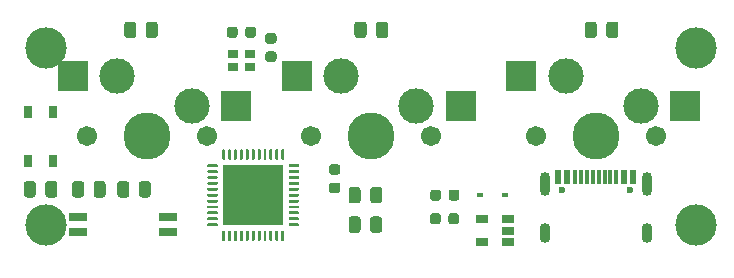
<source format=gbr>
%TF.GenerationSoftware,KiCad,Pcbnew,(5.1.9)-1*%
%TF.CreationDate,2021-04-12T14:13:55+08:00*%
%TF.ProjectId,HDSP_StatTrak,48445350-5f53-4746-9174-5472616b2e6b,rev?*%
%TF.SameCoordinates,Original*%
%TF.FileFunction,Soldermask,Top*%
%TF.FilePolarity,Negative*%
%FSLAX46Y46*%
G04 Gerber Fmt 4.6, Leading zero omitted, Abs format (unit mm)*
G04 Created by KiCad (PCBNEW (5.1.9)-1) date 2021-04-12 14:13:55*
%MOMM*%
%LPD*%
G01*
G04 APERTURE LIST*
%ADD10R,2.550000X2.500000*%
%ADD11C,1.701800*%
%ADD12C,3.987800*%
%ADD13C,3.000000*%
%ADD14C,3.500000*%
%ADD15R,1.600000X0.760000*%
%ADD16R,0.650000X1.050000*%
%ADD17R,1.060000X0.650000*%
%ADD18R,5.150000X5.150000*%
%ADD19R,0.600000X1.160000*%
%ADD20C,0.600000*%
%ADD21R,0.300000X1.160000*%
%ADD22O,0.900000X1.700000*%
%ADD23O,0.900000X2.000000*%
%ADD24R,0.600000X0.450000*%
%ADD25R,0.900000X0.800000*%
G04 APERTURE END LIST*
D10*
%TO.C,SW2*%
X141060000Y-82460000D03*
D11*
X138580000Y-85000000D03*
X128420000Y-85000000D03*
D12*
X133500000Y-85000000D03*
D13*
X137310000Y-82460000D03*
X130960000Y-79920000D03*
D10*
X127210000Y-79920000D03*
%TD*%
D14*
%TO.C,J5*%
X87000000Y-92500000D03*
%TD*%
%TO.C,J4*%
X87000000Y-77500000D03*
%TD*%
%TO.C,J3*%
X142000000Y-77500000D03*
%TD*%
%TO.C,J2*%
X142000000Y-92500000D03*
%TD*%
%TO.C,R8*%
G36*
G01*
X94012500Y-89049998D02*
X94012500Y-89950002D01*
G75*
G02*
X93762502Y-90200000I-249998J0D01*
G01*
X93237498Y-90200000D01*
G75*
G02*
X92987500Y-89950002I0J249998D01*
G01*
X92987500Y-89049998D01*
G75*
G02*
X93237498Y-88800000I249998J0D01*
G01*
X93762502Y-88800000D01*
G75*
G02*
X94012500Y-89049998I0J-249998D01*
G01*
G37*
G36*
G01*
X95837500Y-89049998D02*
X95837500Y-89950002D01*
G75*
G02*
X95587502Y-90200000I-249998J0D01*
G01*
X95062498Y-90200000D01*
G75*
G02*
X94812500Y-89950002I0J249998D01*
G01*
X94812500Y-89049998D01*
G75*
G02*
X95062498Y-88800000I249998J0D01*
G01*
X95587502Y-88800000D01*
G75*
G02*
X95837500Y-89049998I0J-249998D01*
G01*
G37*
%TD*%
%TO.C,R6*%
G36*
G01*
X90987500Y-89950002D02*
X90987500Y-89049998D01*
G75*
G02*
X91237498Y-88800000I249998J0D01*
G01*
X91762502Y-88800000D01*
G75*
G02*
X92012500Y-89049998I0J-249998D01*
G01*
X92012500Y-89950002D01*
G75*
G02*
X91762502Y-90200000I-249998J0D01*
G01*
X91237498Y-90200000D01*
G75*
G02*
X90987500Y-89950002I0J249998D01*
G01*
G37*
G36*
G01*
X89162500Y-89950002D02*
X89162500Y-89049998D01*
G75*
G02*
X89412498Y-88800000I249998J0D01*
G01*
X89937502Y-88800000D01*
G75*
G02*
X90187500Y-89049998I0J-249998D01*
G01*
X90187500Y-89950002D01*
G75*
G02*
X89937502Y-90200000I-249998J0D01*
G01*
X89412498Y-90200000D01*
G75*
G02*
X89162500Y-89950002I0J249998D01*
G01*
G37*
%TD*%
D15*
%TO.C,SW5*%
X97310000Y-91865000D03*
X89690000Y-93135000D03*
X97310000Y-93135000D03*
X89690000Y-91865000D03*
%TD*%
D10*
%TO.C,SW3*%
X122060000Y-82460000D03*
D11*
X119580000Y-85000000D03*
X109420000Y-85000000D03*
D12*
X114500000Y-85000000D03*
D13*
X118310000Y-82460000D03*
X111960000Y-79920000D03*
D10*
X108210000Y-79920000D03*
%TD*%
%TO.C,SW1*%
X89210000Y-79920000D03*
D13*
X92960000Y-79920000D03*
X99310000Y-82460000D03*
D12*
X95500000Y-85000000D03*
D11*
X90420000Y-85000000D03*
X100580000Y-85000000D03*
D10*
X103060000Y-82460000D03*
%TD*%
%TO.C,R4*%
G36*
G01*
X114900000Y-76450002D02*
X114900000Y-75549998D01*
G75*
G02*
X115149998Y-75300000I249998J0D01*
G01*
X115675002Y-75300000D01*
G75*
G02*
X115925000Y-75549998I0J-249998D01*
G01*
X115925000Y-76450002D01*
G75*
G02*
X115675002Y-76700000I-249998J0D01*
G01*
X115149998Y-76700000D01*
G75*
G02*
X114900000Y-76450002I0J249998D01*
G01*
G37*
G36*
G01*
X113075000Y-76450002D02*
X113075000Y-75549998D01*
G75*
G02*
X113324998Y-75300000I249998J0D01*
G01*
X113850002Y-75300000D01*
G75*
G02*
X114100000Y-75549998I0J-249998D01*
G01*
X114100000Y-76450002D01*
G75*
G02*
X113850002Y-76700000I-249998J0D01*
G01*
X113324998Y-76700000D01*
G75*
G02*
X113075000Y-76450002I0J249998D01*
G01*
G37*
%TD*%
%TO.C,R3*%
G36*
G01*
X134400000Y-76450002D02*
X134400000Y-75549998D01*
G75*
G02*
X134649998Y-75300000I249998J0D01*
G01*
X135175002Y-75300000D01*
G75*
G02*
X135425000Y-75549998I0J-249998D01*
G01*
X135425000Y-76450002D01*
G75*
G02*
X135175002Y-76700000I-249998J0D01*
G01*
X134649998Y-76700000D01*
G75*
G02*
X134400000Y-76450002I0J249998D01*
G01*
G37*
G36*
G01*
X132575000Y-76450002D02*
X132575000Y-75549998D01*
G75*
G02*
X132824998Y-75300000I249998J0D01*
G01*
X133350002Y-75300000D01*
G75*
G02*
X133600000Y-75549998I0J-249998D01*
G01*
X133600000Y-76450002D01*
G75*
G02*
X133350002Y-76700000I-249998J0D01*
G01*
X132824998Y-76700000D01*
G75*
G02*
X132575000Y-76450002I0J249998D01*
G01*
G37*
%TD*%
%TO.C,R1*%
G36*
G01*
X95400000Y-76450002D02*
X95400000Y-75549998D01*
G75*
G02*
X95649998Y-75300000I249998J0D01*
G01*
X96175002Y-75300000D01*
G75*
G02*
X96425000Y-75549998I0J-249998D01*
G01*
X96425000Y-76450002D01*
G75*
G02*
X96175002Y-76700000I-249998J0D01*
G01*
X95649998Y-76700000D01*
G75*
G02*
X95400000Y-76450002I0J249998D01*
G01*
G37*
G36*
G01*
X93575000Y-76450002D02*
X93575000Y-75549998D01*
G75*
G02*
X93824998Y-75300000I249998J0D01*
G01*
X94350002Y-75300000D01*
G75*
G02*
X94600000Y-75549998I0J-249998D01*
G01*
X94600000Y-76450002D01*
G75*
G02*
X94350002Y-76700000I-249998J0D01*
G01*
X93824998Y-76700000D01*
G75*
G02*
X93575000Y-76450002I0J249998D01*
G01*
G37*
%TD*%
D16*
%TO.C,SW4*%
X87575000Y-82925000D03*
X87575000Y-87075000D03*
X85425000Y-82925000D03*
X85425000Y-87075000D03*
%TD*%
D17*
%TO.C,U1*%
X123900000Y-93950000D03*
X123900000Y-92050000D03*
X126100000Y-92050000D03*
X126100000Y-93000000D03*
X126100000Y-93950000D03*
%TD*%
%TO.C,R7*%
G36*
G01*
X114400000Y-90450002D02*
X114400000Y-89549998D01*
G75*
G02*
X114649998Y-89300000I249998J0D01*
G01*
X115175002Y-89300000D01*
G75*
G02*
X115425000Y-89549998I0J-249998D01*
G01*
X115425000Y-90450002D01*
G75*
G02*
X115175002Y-90700000I-249998J0D01*
G01*
X114649998Y-90700000D01*
G75*
G02*
X114400000Y-90450002I0J249998D01*
G01*
G37*
G36*
G01*
X112575000Y-90450002D02*
X112575000Y-89549998D01*
G75*
G02*
X112824998Y-89300000I249998J0D01*
G01*
X113350002Y-89300000D01*
G75*
G02*
X113600000Y-89549998I0J-249998D01*
G01*
X113600000Y-90450002D01*
G75*
G02*
X113350002Y-90700000I-249998J0D01*
G01*
X112824998Y-90700000D01*
G75*
G02*
X112575000Y-90450002I0J249998D01*
G01*
G37*
%TD*%
%TO.C,R5*%
G36*
G01*
X114400000Y-92950002D02*
X114400000Y-92049998D01*
G75*
G02*
X114649998Y-91800000I249998J0D01*
G01*
X115175002Y-91800000D01*
G75*
G02*
X115425000Y-92049998I0J-249998D01*
G01*
X115425000Y-92950002D01*
G75*
G02*
X115175002Y-93200000I-249998J0D01*
G01*
X114649998Y-93200000D01*
G75*
G02*
X114400000Y-92950002I0J249998D01*
G01*
G37*
G36*
G01*
X112575000Y-92950002D02*
X112575000Y-92049998D01*
G75*
G02*
X112824998Y-91800000I249998J0D01*
G01*
X113350002Y-91800000D01*
G75*
G02*
X113600000Y-92049998I0J-249998D01*
G01*
X113600000Y-92950002D01*
G75*
G02*
X113350002Y-93200000I-249998J0D01*
G01*
X112824998Y-93200000D01*
G75*
G02*
X112575000Y-92950002I0J249998D01*
G01*
G37*
%TD*%
%TO.C,R2*%
G36*
G01*
X86100000Y-89049998D02*
X86100000Y-89950002D01*
G75*
G02*
X85850002Y-90200000I-249998J0D01*
G01*
X85324998Y-90200000D01*
G75*
G02*
X85075000Y-89950002I0J249998D01*
G01*
X85075000Y-89049998D01*
G75*
G02*
X85324998Y-88800000I249998J0D01*
G01*
X85850002Y-88800000D01*
G75*
G02*
X86100000Y-89049998I0J-249998D01*
G01*
G37*
G36*
G01*
X87925000Y-89049998D02*
X87925000Y-89950002D01*
G75*
G02*
X87675002Y-90200000I-249998J0D01*
G01*
X87149998Y-90200000D01*
G75*
G02*
X86900000Y-89950002I0J249998D01*
G01*
X86900000Y-89049998D01*
G75*
G02*
X87149998Y-88800000I249998J0D01*
G01*
X87675002Y-88800000D01*
G75*
G02*
X87925000Y-89049998I0J-249998D01*
G01*
G37*
%TD*%
D18*
%TO.C,MCU1*%
X104500000Y-90000000D03*
G36*
G01*
X107125000Y-93062500D02*
X107125000Y-93812500D01*
G75*
G02*
X107062500Y-93875000I-62500J0D01*
G01*
X106937500Y-93875000D01*
G75*
G02*
X106875000Y-93812500I0J62500D01*
G01*
X106875000Y-93062500D01*
G75*
G02*
X106937500Y-93000000I62500J0D01*
G01*
X107062500Y-93000000D01*
G75*
G02*
X107125000Y-93062500I0J-62500D01*
G01*
G37*
G36*
G01*
X106625000Y-93062500D02*
X106625000Y-93812500D01*
G75*
G02*
X106562500Y-93875000I-62500J0D01*
G01*
X106437500Y-93875000D01*
G75*
G02*
X106375000Y-93812500I0J62500D01*
G01*
X106375000Y-93062500D01*
G75*
G02*
X106437500Y-93000000I62500J0D01*
G01*
X106562500Y-93000000D01*
G75*
G02*
X106625000Y-93062500I0J-62500D01*
G01*
G37*
G36*
G01*
X106125000Y-93062500D02*
X106125000Y-93812500D01*
G75*
G02*
X106062500Y-93875000I-62500J0D01*
G01*
X105937500Y-93875000D01*
G75*
G02*
X105875000Y-93812500I0J62500D01*
G01*
X105875000Y-93062500D01*
G75*
G02*
X105937500Y-93000000I62500J0D01*
G01*
X106062500Y-93000000D01*
G75*
G02*
X106125000Y-93062500I0J-62500D01*
G01*
G37*
G36*
G01*
X105625000Y-93062500D02*
X105625000Y-93812500D01*
G75*
G02*
X105562500Y-93875000I-62500J0D01*
G01*
X105437500Y-93875000D01*
G75*
G02*
X105375000Y-93812500I0J62500D01*
G01*
X105375000Y-93062500D01*
G75*
G02*
X105437500Y-93000000I62500J0D01*
G01*
X105562500Y-93000000D01*
G75*
G02*
X105625000Y-93062500I0J-62500D01*
G01*
G37*
G36*
G01*
X105125000Y-93062500D02*
X105125000Y-93812500D01*
G75*
G02*
X105062500Y-93875000I-62500J0D01*
G01*
X104937500Y-93875000D01*
G75*
G02*
X104875000Y-93812500I0J62500D01*
G01*
X104875000Y-93062500D01*
G75*
G02*
X104937500Y-93000000I62500J0D01*
G01*
X105062500Y-93000000D01*
G75*
G02*
X105125000Y-93062500I0J-62500D01*
G01*
G37*
G36*
G01*
X104625000Y-93062500D02*
X104625000Y-93812500D01*
G75*
G02*
X104562500Y-93875000I-62500J0D01*
G01*
X104437500Y-93875000D01*
G75*
G02*
X104375000Y-93812500I0J62500D01*
G01*
X104375000Y-93062500D01*
G75*
G02*
X104437500Y-93000000I62500J0D01*
G01*
X104562500Y-93000000D01*
G75*
G02*
X104625000Y-93062500I0J-62500D01*
G01*
G37*
G36*
G01*
X104125000Y-93062500D02*
X104125000Y-93812500D01*
G75*
G02*
X104062500Y-93875000I-62500J0D01*
G01*
X103937500Y-93875000D01*
G75*
G02*
X103875000Y-93812500I0J62500D01*
G01*
X103875000Y-93062500D01*
G75*
G02*
X103937500Y-93000000I62500J0D01*
G01*
X104062500Y-93000000D01*
G75*
G02*
X104125000Y-93062500I0J-62500D01*
G01*
G37*
G36*
G01*
X103625000Y-93062500D02*
X103625000Y-93812500D01*
G75*
G02*
X103562500Y-93875000I-62500J0D01*
G01*
X103437500Y-93875000D01*
G75*
G02*
X103375000Y-93812500I0J62500D01*
G01*
X103375000Y-93062500D01*
G75*
G02*
X103437500Y-93000000I62500J0D01*
G01*
X103562500Y-93000000D01*
G75*
G02*
X103625000Y-93062500I0J-62500D01*
G01*
G37*
G36*
G01*
X103125000Y-93062500D02*
X103125000Y-93812500D01*
G75*
G02*
X103062500Y-93875000I-62500J0D01*
G01*
X102937500Y-93875000D01*
G75*
G02*
X102875000Y-93812500I0J62500D01*
G01*
X102875000Y-93062500D01*
G75*
G02*
X102937500Y-93000000I62500J0D01*
G01*
X103062500Y-93000000D01*
G75*
G02*
X103125000Y-93062500I0J-62500D01*
G01*
G37*
G36*
G01*
X102625000Y-93062500D02*
X102625000Y-93812500D01*
G75*
G02*
X102562500Y-93875000I-62500J0D01*
G01*
X102437500Y-93875000D01*
G75*
G02*
X102375000Y-93812500I0J62500D01*
G01*
X102375000Y-93062500D01*
G75*
G02*
X102437500Y-93000000I62500J0D01*
G01*
X102562500Y-93000000D01*
G75*
G02*
X102625000Y-93062500I0J-62500D01*
G01*
G37*
G36*
G01*
X102125000Y-93062500D02*
X102125000Y-93812500D01*
G75*
G02*
X102062500Y-93875000I-62500J0D01*
G01*
X101937500Y-93875000D01*
G75*
G02*
X101875000Y-93812500I0J62500D01*
G01*
X101875000Y-93062500D01*
G75*
G02*
X101937500Y-93000000I62500J0D01*
G01*
X102062500Y-93000000D01*
G75*
G02*
X102125000Y-93062500I0J-62500D01*
G01*
G37*
G36*
G01*
X101500000Y-92437500D02*
X101500000Y-92562500D01*
G75*
G02*
X101437500Y-92625000I-62500J0D01*
G01*
X100687500Y-92625000D01*
G75*
G02*
X100625000Y-92562500I0J62500D01*
G01*
X100625000Y-92437500D01*
G75*
G02*
X100687500Y-92375000I62500J0D01*
G01*
X101437500Y-92375000D01*
G75*
G02*
X101500000Y-92437500I0J-62500D01*
G01*
G37*
G36*
G01*
X101500000Y-91937500D02*
X101500000Y-92062500D01*
G75*
G02*
X101437500Y-92125000I-62500J0D01*
G01*
X100687500Y-92125000D01*
G75*
G02*
X100625000Y-92062500I0J62500D01*
G01*
X100625000Y-91937500D01*
G75*
G02*
X100687500Y-91875000I62500J0D01*
G01*
X101437500Y-91875000D01*
G75*
G02*
X101500000Y-91937500I0J-62500D01*
G01*
G37*
G36*
G01*
X101500000Y-91437500D02*
X101500000Y-91562500D01*
G75*
G02*
X101437500Y-91625000I-62500J0D01*
G01*
X100687500Y-91625000D01*
G75*
G02*
X100625000Y-91562500I0J62500D01*
G01*
X100625000Y-91437500D01*
G75*
G02*
X100687500Y-91375000I62500J0D01*
G01*
X101437500Y-91375000D01*
G75*
G02*
X101500000Y-91437500I0J-62500D01*
G01*
G37*
G36*
G01*
X101500000Y-90937500D02*
X101500000Y-91062500D01*
G75*
G02*
X101437500Y-91125000I-62500J0D01*
G01*
X100687500Y-91125000D01*
G75*
G02*
X100625000Y-91062500I0J62500D01*
G01*
X100625000Y-90937500D01*
G75*
G02*
X100687500Y-90875000I62500J0D01*
G01*
X101437500Y-90875000D01*
G75*
G02*
X101500000Y-90937500I0J-62500D01*
G01*
G37*
G36*
G01*
X101500000Y-90437500D02*
X101500000Y-90562500D01*
G75*
G02*
X101437500Y-90625000I-62500J0D01*
G01*
X100687500Y-90625000D01*
G75*
G02*
X100625000Y-90562500I0J62500D01*
G01*
X100625000Y-90437500D01*
G75*
G02*
X100687500Y-90375000I62500J0D01*
G01*
X101437500Y-90375000D01*
G75*
G02*
X101500000Y-90437500I0J-62500D01*
G01*
G37*
G36*
G01*
X101500000Y-89937500D02*
X101500000Y-90062500D01*
G75*
G02*
X101437500Y-90125000I-62500J0D01*
G01*
X100687500Y-90125000D01*
G75*
G02*
X100625000Y-90062500I0J62500D01*
G01*
X100625000Y-89937500D01*
G75*
G02*
X100687500Y-89875000I62500J0D01*
G01*
X101437500Y-89875000D01*
G75*
G02*
X101500000Y-89937500I0J-62500D01*
G01*
G37*
G36*
G01*
X101500000Y-89437500D02*
X101500000Y-89562500D01*
G75*
G02*
X101437500Y-89625000I-62500J0D01*
G01*
X100687500Y-89625000D01*
G75*
G02*
X100625000Y-89562500I0J62500D01*
G01*
X100625000Y-89437500D01*
G75*
G02*
X100687500Y-89375000I62500J0D01*
G01*
X101437500Y-89375000D01*
G75*
G02*
X101500000Y-89437500I0J-62500D01*
G01*
G37*
G36*
G01*
X101500000Y-88937500D02*
X101500000Y-89062500D01*
G75*
G02*
X101437500Y-89125000I-62500J0D01*
G01*
X100687500Y-89125000D01*
G75*
G02*
X100625000Y-89062500I0J62500D01*
G01*
X100625000Y-88937500D01*
G75*
G02*
X100687500Y-88875000I62500J0D01*
G01*
X101437500Y-88875000D01*
G75*
G02*
X101500000Y-88937500I0J-62500D01*
G01*
G37*
G36*
G01*
X101500000Y-88437500D02*
X101500000Y-88562500D01*
G75*
G02*
X101437500Y-88625000I-62500J0D01*
G01*
X100687500Y-88625000D01*
G75*
G02*
X100625000Y-88562500I0J62500D01*
G01*
X100625000Y-88437500D01*
G75*
G02*
X100687500Y-88375000I62500J0D01*
G01*
X101437500Y-88375000D01*
G75*
G02*
X101500000Y-88437500I0J-62500D01*
G01*
G37*
G36*
G01*
X101500000Y-87937500D02*
X101500000Y-88062500D01*
G75*
G02*
X101437500Y-88125000I-62500J0D01*
G01*
X100687500Y-88125000D01*
G75*
G02*
X100625000Y-88062500I0J62500D01*
G01*
X100625000Y-87937500D01*
G75*
G02*
X100687500Y-87875000I62500J0D01*
G01*
X101437500Y-87875000D01*
G75*
G02*
X101500000Y-87937500I0J-62500D01*
G01*
G37*
G36*
G01*
X101500000Y-87437500D02*
X101500000Y-87562500D01*
G75*
G02*
X101437500Y-87625000I-62500J0D01*
G01*
X100687500Y-87625000D01*
G75*
G02*
X100625000Y-87562500I0J62500D01*
G01*
X100625000Y-87437500D01*
G75*
G02*
X100687500Y-87375000I62500J0D01*
G01*
X101437500Y-87375000D01*
G75*
G02*
X101500000Y-87437500I0J-62500D01*
G01*
G37*
G36*
G01*
X102125000Y-86187500D02*
X102125000Y-86937500D01*
G75*
G02*
X102062500Y-87000000I-62500J0D01*
G01*
X101937500Y-87000000D01*
G75*
G02*
X101875000Y-86937500I0J62500D01*
G01*
X101875000Y-86187500D01*
G75*
G02*
X101937500Y-86125000I62500J0D01*
G01*
X102062500Y-86125000D01*
G75*
G02*
X102125000Y-86187500I0J-62500D01*
G01*
G37*
G36*
G01*
X102625000Y-86187500D02*
X102625000Y-86937500D01*
G75*
G02*
X102562500Y-87000000I-62500J0D01*
G01*
X102437500Y-87000000D01*
G75*
G02*
X102375000Y-86937500I0J62500D01*
G01*
X102375000Y-86187500D01*
G75*
G02*
X102437500Y-86125000I62500J0D01*
G01*
X102562500Y-86125000D01*
G75*
G02*
X102625000Y-86187500I0J-62500D01*
G01*
G37*
G36*
G01*
X103125000Y-86187500D02*
X103125000Y-86937500D01*
G75*
G02*
X103062500Y-87000000I-62500J0D01*
G01*
X102937500Y-87000000D01*
G75*
G02*
X102875000Y-86937500I0J62500D01*
G01*
X102875000Y-86187500D01*
G75*
G02*
X102937500Y-86125000I62500J0D01*
G01*
X103062500Y-86125000D01*
G75*
G02*
X103125000Y-86187500I0J-62500D01*
G01*
G37*
G36*
G01*
X103625000Y-86187500D02*
X103625000Y-86937500D01*
G75*
G02*
X103562500Y-87000000I-62500J0D01*
G01*
X103437500Y-87000000D01*
G75*
G02*
X103375000Y-86937500I0J62500D01*
G01*
X103375000Y-86187500D01*
G75*
G02*
X103437500Y-86125000I62500J0D01*
G01*
X103562500Y-86125000D01*
G75*
G02*
X103625000Y-86187500I0J-62500D01*
G01*
G37*
G36*
G01*
X104125000Y-86187500D02*
X104125000Y-86937500D01*
G75*
G02*
X104062500Y-87000000I-62500J0D01*
G01*
X103937500Y-87000000D01*
G75*
G02*
X103875000Y-86937500I0J62500D01*
G01*
X103875000Y-86187500D01*
G75*
G02*
X103937500Y-86125000I62500J0D01*
G01*
X104062500Y-86125000D01*
G75*
G02*
X104125000Y-86187500I0J-62500D01*
G01*
G37*
G36*
G01*
X104625000Y-86187500D02*
X104625000Y-86937500D01*
G75*
G02*
X104562500Y-87000000I-62500J0D01*
G01*
X104437500Y-87000000D01*
G75*
G02*
X104375000Y-86937500I0J62500D01*
G01*
X104375000Y-86187500D01*
G75*
G02*
X104437500Y-86125000I62500J0D01*
G01*
X104562500Y-86125000D01*
G75*
G02*
X104625000Y-86187500I0J-62500D01*
G01*
G37*
G36*
G01*
X105125000Y-86187500D02*
X105125000Y-86937500D01*
G75*
G02*
X105062500Y-87000000I-62500J0D01*
G01*
X104937500Y-87000000D01*
G75*
G02*
X104875000Y-86937500I0J62500D01*
G01*
X104875000Y-86187500D01*
G75*
G02*
X104937500Y-86125000I62500J0D01*
G01*
X105062500Y-86125000D01*
G75*
G02*
X105125000Y-86187500I0J-62500D01*
G01*
G37*
G36*
G01*
X105625000Y-86187500D02*
X105625000Y-86937500D01*
G75*
G02*
X105562500Y-87000000I-62500J0D01*
G01*
X105437500Y-87000000D01*
G75*
G02*
X105375000Y-86937500I0J62500D01*
G01*
X105375000Y-86187500D01*
G75*
G02*
X105437500Y-86125000I62500J0D01*
G01*
X105562500Y-86125000D01*
G75*
G02*
X105625000Y-86187500I0J-62500D01*
G01*
G37*
G36*
G01*
X106125000Y-86187500D02*
X106125000Y-86937500D01*
G75*
G02*
X106062500Y-87000000I-62500J0D01*
G01*
X105937500Y-87000000D01*
G75*
G02*
X105875000Y-86937500I0J62500D01*
G01*
X105875000Y-86187500D01*
G75*
G02*
X105937500Y-86125000I62500J0D01*
G01*
X106062500Y-86125000D01*
G75*
G02*
X106125000Y-86187500I0J-62500D01*
G01*
G37*
G36*
G01*
X106625000Y-86187500D02*
X106625000Y-86937500D01*
G75*
G02*
X106562500Y-87000000I-62500J0D01*
G01*
X106437500Y-87000000D01*
G75*
G02*
X106375000Y-86937500I0J62500D01*
G01*
X106375000Y-86187500D01*
G75*
G02*
X106437500Y-86125000I62500J0D01*
G01*
X106562500Y-86125000D01*
G75*
G02*
X106625000Y-86187500I0J-62500D01*
G01*
G37*
G36*
G01*
X107125000Y-86187500D02*
X107125000Y-86937500D01*
G75*
G02*
X107062500Y-87000000I-62500J0D01*
G01*
X106937500Y-87000000D01*
G75*
G02*
X106875000Y-86937500I0J62500D01*
G01*
X106875000Y-86187500D01*
G75*
G02*
X106937500Y-86125000I62500J0D01*
G01*
X107062500Y-86125000D01*
G75*
G02*
X107125000Y-86187500I0J-62500D01*
G01*
G37*
G36*
G01*
X108375000Y-87437500D02*
X108375000Y-87562500D01*
G75*
G02*
X108312500Y-87625000I-62500J0D01*
G01*
X107562500Y-87625000D01*
G75*
G02*
X107500000Y-87562500I0J62500D01*
G01*
X107500000Y-87437500D01*
G75*
G02*
X107562500Y-87375000I62500J0D01*
G01*
X108312500Y-87375000D01*
G75*
G02*
X108375000Y-87437500I0J-62500D01*
G01*
G37*
G36*
G01*
X108375000Y-87937500D02*
X108375000Y-88062500D01*
G75*
G02*
X108312500Y-88125000I-62500J0D01*
G01*
X107562500Y-88125000D01*
G75*
G02*
X107500000Y-88062500I0J62500D01*
G01*
X107500000Y-87937500D01*
G75*
G02*
X107562500Y-87875000I62500J0D01*
G01*
X108312500Y-87875000D01*
G75*
G02*
X108375000Y-87937500I0J-62500D01*
G01*
G37*
G36*
G01*
X108375000Y-88437500D02*
X108375000Y-88562500D01*
G75*
G02*
X108312500Y-88625000I-62500J0D01*
G01*
X107562500Y-88625000D01*
G75*
G02*
X107500000Y-88562500I0J62500D01*
G01*
X107500000Y-88437500D01*
G75*
G02*
X107562500Y-88375000I62500J0D01*
G01*
X108312500Y-88375000D01*
G75*
G02*
X108375000Y-88437500I0J-62500D01*
G01*
G37*
G36*
G01*
X108375000Y-88937500D02*
X108375000Y-89062500D01*
G75*
G02*
X108312500Y-89125000I-62500J0D01*
G01*
X107562500Y-89125000D01*
G75*
G02*
X107500000Y-89062500I0J62500D01*
G01*
X107500000Y-88937500D01*
G75*
G02*
X107562500Y-88875000I62500J0D01*
G01*
X108312500Y-88875000D01*
G75*
G02*
X108375000Y-88937500I0J-62500D01*
G01*
G37*
G36*
G01*
X108375000Y-89437500D02*
X108375000Y-89562500D01*
G75*
G02*
X108312500Y-89625000I-62500J0D01*
G01*
X107562500Y-89625000D01*
G75*
G02*
X107500000Y-89562500I0J62500D01*
G01*
X107500000Y-89437500D01*
G75*
G02*
X107562500Y-89375000I62500J0D01*
G01*
X108312500Y-89375000D01*
G75*
G02*
X108375000Y-89437500I0J-62500D01*
G01*
G37*
G36*
G01*
X108375000Y-89937500D02*
X108375000Y-90062500D01*
G75*
G02*
X108312500Y-90125000I-62500J0D01*
G01*
X107562500Y-90125000D01*
G75*
G02*
X107500000Y-90062500I0J62500D01*
G01*
X107500000Y-89937500D01*
G75*
G02*
X107562500Y-89875000I62500J0D01*
G01*
X108312500Y-89875000D01*
G75*
G02*
X108375000Y-89937500I0J-62500D01*
G01*
G37*
G36*
G01*
X108375000Y-90437500D02*
X108375000Y-90562500D01*
G75*
G02*
X108312500Y-90625000I-62500J0D01*
G01*
X107562500Y-90625000D01*
G75*
G02*
X107500000Y-90562500I0J62500D01*
G01*
X107500000Y-90437500D01*
G75*
G02*
X107562500Y-90375000I62500J0D01*
G01*
X108312500Y-90375000D01*
G75*
G02*
X108375000Y-90437500I0J-62500D01*
G01*
G37*
G36*
G01*
X108375000Y-90937500D02*
X108375000Y-91062500D01*
G75*
G02*
X108312500Y-91125000I-62500J0D01*
G01*
X107562500Y-91125000D01*
G75*
G02*
X107500000Y-91062500I0J62500D01*
G01*
X107500000Y-90937500D01*
G75*
G02*
X107562500Y-90875000I62500J0D01*
G01*
X108312500Y-90875000D01*
G75*
G02*
X108375000Y-90937500I0J-62500D01*
G01*
G37*
G36*
G01*
X108375000Y-91437500D02*
X108375000Y-91562500D01*
G75*
G02*
X108312500Y-91625000I-62500J0D01*
G01*
X107562500Y-91625000D01*
G75*
G02*
X107500000Y-91562500I0J62500D01*
G01*
X107500000Y-91437500D01*
G75*
G02*
X107562500Y-91375000I62500J0D01*
G01*
X108312500Y-91375000D01*
G75*
G02*
X108375000Y-91437500I0J-62500D01*
G01*
G37*
G36*
G01*
X108375000Y-91937500D02*
X108375000Y-92062500D01*
G75*
G02*
X108312500Y-92125000I-62500J0D01*
G01*
X107562500Y-92125000D01*
G75*
G02*
X107500000Y-92062500I0J62500D01*
G01*
X107500000Y-91937500D01*
G75*
G02*
X107562500Y-91875000I62500J0D01*
G01*
X108312500Y-91875000D01*
G75*
G02*
X108375000Y-91937500I0J-62500D01*
G01*
G37*
G36*
G01*
X108375000Y-92437500D02*
X108375000Y-92562500D01*
G75*
G02*
X108312500Y-92625000I-62500J0D01*
G01*
X107562500Y-92625000D01*
G75*
G02*
X107500000Y-92562500I0J62500D01*
G01*
X107500000Y-92437500D01*
G75*
G02*
X107562500Y-92375000I62500J0D01*
G01*
X108312500Y-92375000D01*
G75*
G02*
X108375000Y-92437500I0J-62500D01*
G01*
G37*
%TD*%
D19*
%TO.C,J1*%
X136700000Y-88490000D03*
X135900000Y-88490000D03*
X136700000Y-88490000D03*
X135900000Y-88490000D03*
X130300000Y-88490000D03*
X130300000Y-88490000D03*
X131100000Y-88490000D03*
X131100000Y-88490000D03*
D20*
X130610000Y-89550000D03*
X136390000Y-89550000D03*
D21*
X135250000Y-88490000D03*
X134250000Y-88490000D03*
X134750000Y-88490000D03*
X132250000Y-88490000D03*
X131750000Y-88490000D03*
X133750000Y-88490000D03*
X133250000Y-88490000D03*
X132750000Y-88490000D03*
D22*
X137820000Y-93240000D03*
X129180000Y-93240000D03*
D23*
X137820000Y-89070000D03*
X129180000Y-89070000D03*
%TD*%
D24*
%TO.C,D2*%
X123700000Y-90000000D03*
X125800000Y-90000000D03*
%TD*%
%TO.C,C19*%
G36*
G01*
X121950000Y-89750000D02*
X121950000Y-90250000D01*
G75*
G02*
X121725000Y-90475000I-225000J0D01*
G01*
X121275000Y-90475000D01*
G75*
G02*
X121050000Y-90250000I0J225000D01*
G01*
X121050000Y-89750000D01*
G75*
G02*
X121275000Y-89525000I225000J0D01*
G01*
X121725000Y-89525000D01*
G75*
G02*
X121950000Y-89750000I0J-225000D01*
G01*
G37*
G36*
G01*
X120400000Y-89750000D02*
X120400000Y-90250000D01*
G75*
G02*
X120175000Y-90475000I-225000J0D01*
G01*
X119725000Y-90475000D01*
G75*
G02*
X119500000Y-90250000I0J225000D01*
G01*
X119500000Y-89750000D01*
G75*
G02*
X119725000Y-89525000I225000J0D01*
G01*
X120175000Y-89525000D01*
G75*
G02*
X120400000Y-89750000I0J-225000D01*
G01*
G37*
%TD*%
%TO.C,C13*%
G36*
G01*
X121925000Y-91750000D02*
X121925000Y-92250000D01*
G75*
G02*
X121700000Y-92475000I-225000J0D01*
G01*
X121250000Y-92475000D01*
G75*
G02*
X121025000Y-92250000I0J225000D01*
G01*
X121025000Y-91750000D01*
G75*
G02*
X121250000Y-91525000I225000J0D01*
G01*
X121700000Y-91525000D01*
G75*
G02*
X121925000Y-91750000I0J-225000D01*
G01*
G37*
G36*
G01*
X120375000Y-91750000D02*
X120375000Y-92250000D01*
G75*
G02*
X120150000Y-92475000I-225000J0D01*
G01*
X119700000Y-92475000D01*
G75*
G02*
X119475000Y-92250000I0J225000D01*
G01*
X119475000Y-91750000D01*
G75*
G02*
X119700000Y-91525000I225000J0D01*
G01*
X120150000Y-91525000D01*
G75*
G02*
X120375000Y-91750000I0J-225000D01*
G01*
G37*
%TD*%
%TO.C,C4*%
G36*
G01*
X106250000Y-77175000D02*
X105750000Y-77175000D01*
G75*
G02*
X105525000Y-76950000I0J225000D01*
G01*
X105525000Y-76500000D01*
G75*
G02*
X105750000Y-76275000I225000J0D01*
G01*
X106250000Y-76275000D01*
G75*
G02*
X106475000Y-76500000I0J-225000D01*
G01*
X106475000Y-76950000D01*
G75*
G02*
X106250000Y-77175000I-225000J0D01*
G01*
G37*
G36*
G01*
X106250000Y-78725000D02*
X105750000Y-78725000D01*
G75*
G02*
X105525000Y-78500000I0J225000D01*
G01*
X105525000Y-78050000D01*
G75*
G02*
X105750000Y-77825000I225000J0D01*
G01*
X106250000Y-77825000D01*
G75*
G02*
X106475000Y-78050000I0J-225000D01*
G01*
X106475000Y-78500000D01*
G75*
G02*
X106250000Y-78725000I-225000J0D01*
G01*
G37*
%TD*%
%TO.C,C2*%
G36*
G01*
X103825000Y-76450000D02*
X103825000Y-75950000D01*
G75*
G02*
X104050000Y-75725000I225000J0D01*
G01*
X104500000Y-75725000D01*
G75*
G02*
X104725000Y-75950000I0J-225000D01*
G01*
X104725000Y-76450000D01*
G75*
G02*
X104500000Y-76675000I-225000J0D01*
G01*
X104050000Y-76675000D01*
G75*
G02*
X103825000Y-76450000I0J225000D01*
G01*
G37*
G36*
G01*
X102275000Y-76450000D02*
X102275000Y-75950000D01*
G75*
G02*
X102500000Y-75725000I225000J0D01*
G01*
X102950000Y-75725000D01*
G75*
G02*
X103175000Y-75950000I0J-225000D01*
G01*
X103175000Y-76450000D01*
G75*
G02*
X102950000Y-76675000I-225000J0D01*
G01*
X102500000Y-76675000D01*
G75*
G02*
X102275000Y-76450000I0J225000D01*
G01*
G37*
%TD*%
%TO.C,C1*%
G36*
G01*
X111150000Y-88925000D02*
X111650000Y-88925000D01*
G75*
G02*
X111875000Y-89150000I0J-225000D01*
G01*
X111875000Y-89600000D01*
G75*
G02*
X111650000Y-89825000I-225000J0D01*
G01*
X111150000Y-89825000D01*
G75*
G02*
X110925000Y-89600000I0J225000D01*
G01*
X110925000Y-89150000D01*
G75*
G02*
X111150000Y-88925000I225000J0D01*
G01*
G37*
G36*
G01*
X111150000Y-87375000D02*
X111650000Y-87375000D01*
G75*
G02*
X111875000Y-87600000I0J-225000D01*
G01*
X111875000Y-88050000D01*
G75*
G02*
X111650000Y-88275000I-225000J0D01*
G01*
X111150000Y-88275000D01*
G75*
G02*
X110925000Y-88050000I0J225000D01*
G01*
X110925000Y-87600000D01*
G75*
G02*
X111150000Y-87375000I225000J0D01*
G01*
G37*
%TD*%
D25*
%TO.C,16MHz1*%
X102800000Y-78050000D03*
X104200000Y-78050000D03*
X104200000Y-79150000D03*
X102800000Y-79150000D03*
%TD*%
M02*

</source>
